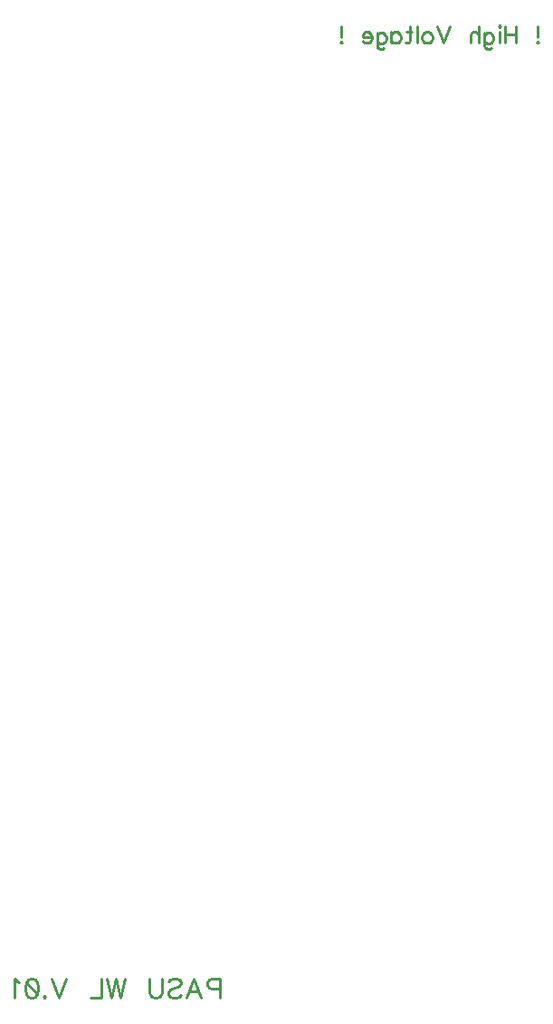
<source format=gbr>
G04 DipTrace 3.3.1.1*
G04 BottomSilk.gbr*
%MOIN*%
G04 #@! TF.FileFunction,Legend,Bot*
G04 #@! TF.Part,Single*
%ADD80C,0.010807*%
%ADD81C,0.009264*%
%FSLAX26Y26*%
G04*
G70*
G90*
G75*
G01*
G04 BotSilk*
%LPD*%
X1411442Y539426D2*
D80*
X1381264D1*
X1371283Y542753D1*
X1367878Y546158D1*
X1364551Y552812D1*
Y562872D1*
X1367878Y569526D1*
X1371283Y572931D1*
X1381264Y576258D1*
X1411442D1*
Y505922D1*
X1289313D2*
X1316163Y576258D1*
X1342936Y505922D1*
X1332877Y529367D2*
X1299373D1*
X1220808Y566199D2*
X1227462Y572931D1*
X1237521Y576258D1*
X1250908D1*
X1260967Y572931D1*
X1267699Y566199D1*
Y559544D1*
X1264294Y552812D1*
X1260967Y549485D1*
X1254312Y546158D1*
X1234194Y539426D1*
X1227462Y536099D1*
X1224135Y532694D1*
X1220808Y526040D1*
Y515981D1*
X1227462Y509326D1*
X1237521Y505922D1*
X1250908D1*
X1260967Y509326D1*
X1267699Y515981D1*
X1199193Y576258D2*
Y526040D1*
X1195866Y515981D1*
X1189134Y509326D1*
X1179075Y505922D1*
X1172420D1*
X1162361Y509326D1*
X1155629Y515981D1*
X1152302Y526040D1*
Y576258D1*
X1062646D2*
X1045855Y505922D1*
X1029142Y576258D1*
X1012428Y505922D1*
X995637Y576258D1*
X974022D2*
Y505922D1*
X933863D1*
X844207Y576258D2*
X817435Y505922D1*
X790662Y576258D1*
X765720Y512654D2*
X769047Y509249D1*
X765720Y505922D1*
X762315Y509249D1*
X765720Y512654D1*
X720582Y576180D2*
X730641Y572853D1*
X737373Y562794D1*
X740700Y546081D1*
Y536022D1*
X737373Y519308D1*
X730641Y509249D1*
X720582Y505922D1*
X713928D1*
X703869Y509249D1*
X697214Y519308D1*
X693810Y536022D1*
Y546081D1*
X697214Y562794D1*
X703869Y572853D1*
X713928Y576180D1*
X720582D1*
X697214Y562794D2*
X737373Y519308D1*
X672195Y562794D2*
X665463Y566199D1*
X655404Y576180D1*
Y505922D1*
X2581946Y4079583D2*
D81*
Y4039458D1*
Y4025132D2*
X2584864Y4022213D1*
X2581946Y4019362D1*
X2579094Y4022213D1*
X2581946Y4025132D1*
X2502246Y4079650D2*
Y4019362D1*
X2462054Y4079650D2*
Y4019362D1*
X2502246Y4050932D2*
X2462054D1*
X2443527Y4079650D2*
X2440675Y4076798D1*
X2437756Y4079650D1*
X2440675Y4082568D1*
X2443527Y4079650D1*
X2440675Y4059554D2*
Y4019362D1*
X2384807Y4056702D2*
Y4010740D1*
X2387659Y4002184D1*
X2390511Y3999266D1*
X2396281Y3996414D1*
X2404903D1*
X2410607Y3999266D1*
X2384807Y4048080D2*
X2390511Y4053783D1*
X2396281Y4056702D1*
X2404903D1*
X2410607Y4053783D1*
X2416377Y4048080D1*
X2419229Y4039458D1*
Y4033687D1*
X2416377Y4025132D1*
X2410607Y4019362D1*
X2404903Y4016510D1*
X2396281D1*
X2390511Y4019362D1*
X2384807Y4025132D1*
X2366280Y4079650D2*
Y4019362D1*
Y4048080D2*
X2357658Y4056702D1*
X2351888Y4059554D1*
X2343266D1*
X2337562Y4056702D1*
X2334710Y4048080D1*
Y4019362D1*
X2257862Y4079650D2*
X2234914Y4019362D1*
X2211966Y4079650D1*
X2179113Y4059554D2*
X2184817Y4056702D1*
X2190587Y4050932D1*
X2193439Y4042309D1*
Y4036606D1*
X2190587Y4027984D1*
X2184817Y4022280D1*
X2179113Y4019362D1*
X2170491D1*
X2164721Y4022280D1*
X2159017Y4027984D1*
X2156099Y4036606D1*
Y4042309D1*
X2159017Y4050932D1*
X2164721Y4056702D1*
X2170491Y4059554D1*
X2179113D1*
X2137572Y4079650D2*
Y4019362D1*
X2110423Y4079650D2*
Y4030836D1*
X2107571Y4022280D1*
X2101801Y4019362D1*
X2096097D1*
X2119045Y4059554D2*
X2098949D1*
X2043148D2*
Y4019362D1*
Y4050932D2*
X2048852Y4056702D1*
X2054622Y4059554D1*
X2063178D1*
X2068948Y4056702D1*
X2074652Y4050932D1*
X2077570Y4042309D1*
Y4036606D1*
X2074652Y4027984D1*
X2068948Y4022280D1*
X2063178Y4019362D1*
X2054622D1*
X2048852Y4022280D1*
X2043148Y4027984D1*
X1990199Y4056702D2*
Y4010740D1*
X1993051Y4002184D1*
X1995903Y3999266D1*
X2001673Y3996414D1*
X2010295D1*
X2015999Y3999266D1*
X1990199Y4048080D2*
X1995903Y4053783D1*
X2001673Y4056702D1*
X2010295D1*
X2015999Y4053783D1*
X2021769Y4048080D1*
X2024621Y4039458D1*
Y4033687D1*
X2021769Y4025132D1*
X2015999Y4019362D1*
X2010295Y4016510D1*
X2001673D1*
X1995903Y4019362D1*
X1990199Y4025132D1*
X1971672Y4042309D2*
X1937250D1*
Y4048080D1*
X1940102Y4053850D1*
X1942954Y4056702D1*
X1948724Y4059554D1*
X1957346D1*
X1963050Y4056702D1*
X1968820Y4050932D1*
X1971672Y4042309D1*
Y4036606D1*
X1968820Y4027984D1*
X1963050Y4022280D1*
X1957346Y4019362D1*
X1948724D1*
X1942954Y4022280D1*
X1937250Y4027984D1*
X1857484Y4079583D2*
Y4039458D1*
Y4025132D2*
X1860402Y4022213D1*
X1857484Y4019362D1*
X1854632Y4022213D1*
X1857484Y4025132D1*
M02*

</source>
